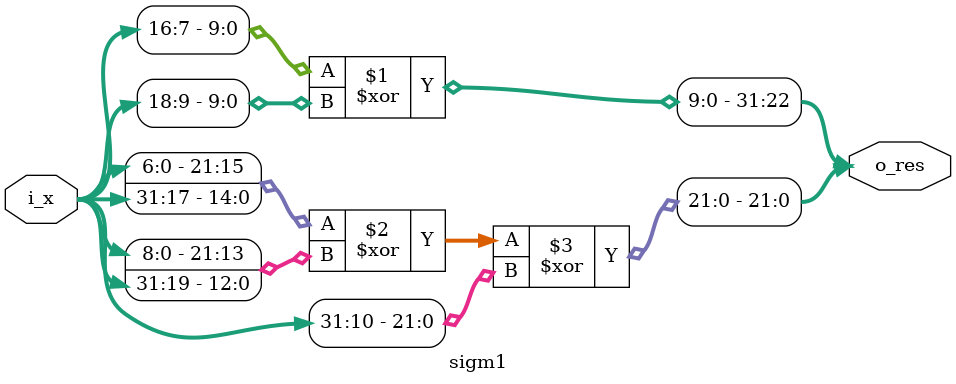
<source format=v>
`timescale 1ns/1ps

`ifdef XOR_REPLACED_BY_OR
	`define OR_XOR 7
module ch (i_x, i_y, i_z, o_res);

	input [31:0] i_x, i_y, i_z;
	output [31:0] o_res;

	assign o_res = i_z | (i_x & (i_y | i_z));

endmodule

`else

module ch (i_x, i_y, i_z, o_res);

	input [31:0] i_x, i_y, i_z;
	output [31:0] o_res;

	assign o_res = i_z ^ (i_x & (i_y ^ i_z));

endmodule

`endif

module maj (i_x, i_y, i_z, o_res);

	input [31:0] i_x, i_y, i_z;
	output [31:0] o_res;

	assign o_res = (i_x & i_y) | (i_z & (i_x | i_y));

endmodule

module sum0 (i_x, o_res);

	input [31:0] i_x;
	output [31:0] o_res;

	assign o_res = {i_x[1:0],i_x[31:2]} ^ {i_x[12:0],i_x[31:13]} ^ {i_x[21:0],i_x[31:22]};

endmodule


module sum1 (i_x, o_res);

	input [31:0] i_x;
	output [31:0] o_res;

	assign o_res = {i_x[5:0],i_x[31:6]} ^ {i_x[10:0],i_x[31:11]} ^ {i_x[24:0],i_x[31:25]};

endmodule

module sigm0 (i_x, o_res);

	input [31:0] i_x;
	output [31:0] o_res;

	assign o_res[31:29] = i_x[6:4] ^ i_x[17:15];
	assign o_res[28:0] = {i_x[3:0], i_x[31:7]} ^ {i_x[14:0],i_x[31:18]} ^ i_x[31:3];

endmodule

module sigm1 (i_x, o_res);

	input [31:0] i_x;
	output [31:0] o_res;

	assign o_res[31:22] = i_x[16:7] ^ i_x[18:9];
	assign o_res[21:0] = {i_x[6:0],i_x[31:17]} ^ {i_x[8:0],i_x[31:19]} ^ i_x[31:10];

endmodule



</source>
